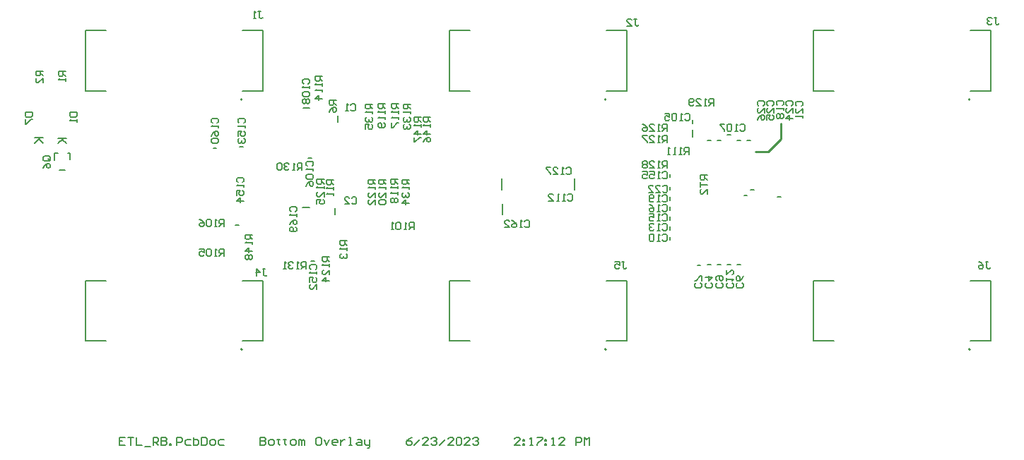
<source format=gbo>
G04*
G04 #@! TF.GenerationSoftware,Altium Limited,Altium Designer,23.6.0 (18)*
G04*
G04 Layer_Color=32896*
%FSLAX43Y43*%
%MOMM*%
G71*
G04*
G04 #@! TF.SameCoordinates,9618B176-DC57-4C31-A2D1-5874A38502C8*
G04*
G04*
G04 #@! TF.FilePolarity,Positive*
G04*
G01*
G75*
%ADD10C,0.152*%
%ADD11C,0.200*%
%ADD12C,0.127*%
%ADD13C,0.254*%
D10*
X4792Y5740D02*
X5791D01*
X5458D01*
X4792Y5074D01*
X5291Y5574D01*
X5791Y5074D01*
X7603Y5731D02*
X8603D01*
X8269D01*
X7603Y5065D01*
X8103Y5564D01*
X8603Y5065D01*
D11*
X29700Y10350D02*
G03*
X29700Y10350I-100J0D01*
G01*
X73300D02*
G03*
X73300Y10350I-100J0D01*
G01*
X116900D02*
G03*
X116900Y10350I-100J0D01*
G01*
Y-19650D02*
G03*
X116900Y-19650I-100J0D01*
G01*
X29700Y-19650D02*
G03*
X29700Y-19650I-100J0D01*
G01*
X73300Y-19650D02*
G03*
X73300Y-19650I-100J0D01*
G01*
X36989Y9322D02*
X37789D01*
X37925Y-9057D02*
X38325D01*
X36938Y-2616D02*
X37738D01*
X60811Y-472D02*
Y828D01*
X60836Y-3469D02*
Y-2169D01*
X69516Y-447D02*
Y853D01*
X86600Y5400D02*
X87000D01*
X80900Y-4125D02*
Y-3725D01*
X80900Y-2925D02*
Y-2525D01*
X84200Y-9525D02*
X84600D01*
X85400Y-9500D02*
X85800D01*
X85400Y5400D02*
X85800D01*
X80900Y-6525D02*
Y-6125D01*
X87800Y-9475D02*
X88200D01*
X80900Y-525D02*
Y-125D01*
X89000Y5400D02*
X89400D01*
X80900Y-5325D02*
Y-4925D01*
X90200Y5400D02*
X90600D01*
X87800Y6150D02*
X88200D01*
X80900Y-1725D02*
Y-1325D01*
X86600Y-9500D02*
X87000D01*
X89000Y-9475D02*
X89400D01*
X29750Y11380D02*
X32185D01*
Y18620D01*
X29750D02*
X32185D01*
X10915Y11380D02*
X13350D01*
X10915D02*
Y18620D01*
X13350D01*
X73350Y11380D02*
X75785D01*
Y18620D01*
X73350D02*
X75785D01*
X54515Y11380D02*
X56950D01*
X54515D02*
Y18620D01*
X56950D01*
X116950Y11380D02*
X119385D01*
Y18620D01*
X116950D02*
X119385D01*
X98115Y11380D02*
X100550D01*
X98115D02*
Y18620D01*
X100550D01*
X116950Y-18620D02*
X119385D01*
Y-11380D01*
X116950D02*
X119385D01*
X98115Y-18620D02*
X100550D01*
X98115D02*
Y-11380D01*
X100550D01*
X29750Y-18620D02*
X32185D01*
Y-11380D01*
X29750D02*
X32185D01*
X10915Y-18620D02*
X13350D01*
X10915D02*
Y-11380D01*
X13350D01*
X73350Y-18620D02*
X75785D01*
Y-11380D01*
X73350D02*
X75785D01*
X54515Y-18620D02*
X56950D01*
X54515D02*
Y-11380D01*
X56950D01*
X26200Y4500D02*
X26600D01*
X90600Y-500D02*
X91000D01*
X40800Y-3450D02*
Y-2650D01*
X41100Y7600D02*
Y8400D01*
X83600Y5900D02*
Y6700D01*
Y7500D02*
Y7900D01*
X80900Y1000D02*
Y1400D01*
X37600Y3300D02*
X38000D01*
X29400Y4700D02*
X29800D01*
X28900Y-4700D02*
X29300D01*
X93800Y-1300D02*
X94200D01*
X89800Y-1200D02*
X90200D01*
X15666Y-30167D02*
X15000D01*
Y-31167D01*
X15666D01*
X15000Y-30667D02*
X15333D01*
X16000Y-30167D02*
X16666D01*
X16333D01*
Y-31167D01*
X16999Y-30167D02*
Y-31167D01*
X17666D01*
X17999Y-31333D02*
X18665D01*
X18999Y-31167D02*
Y-30167D01*
X19499D01*
X19665Y-30334D01*
Y-30667D01*
X19499Y-30834D01*
X18999D01*
X19332D02*
X19665Y-31167D01*
X19998Y-30167D02*
Y-31167D01*
X20498D01*
X20665Y-31000D01*
Y-30834D01*
X20498Y-30667D01*
X19998D01*
X20498D01*
X20665Y-30500D01*
Y-30334D01*
X20498Y-30167D01*
X19998D01*
X20998Y-31167D02*
Y-31000D01*
X21165D01*
Y-31167D01*
X20998D01*
X21831D02*
Y-30167D01*
X22331D01*
X22498Y-30334D01*
Y-30667D01*
X22331Y-30834D01*
X21831D01*
X23497Y-30500D02*
X22997D01*
X22831Y-30667D01*
Y-31000D01*
X22997Y-31167D01*
X23497D01*
X23830Y-30167D02*
Y-31167D01*
X24330D01*
X24497Y-31000D01*
Y-30834D01*
Y-30667D01*
X24330Y-30500D01*
X23830D01*
X24830Y-30167D02*
Y-31167D01*
X25330D01*
X25497Y-31000D01*
Y-30334D01*
X25330Y-30167D01*
X24830D01*
X25996Y-31167D02*
X26330D01*
X26496Y-31000D01*
Y-30667D01*
X26330Y-30500D01*
X25996D01*
X25830Y-30667D01*
Y-31000D01*
X25996Y-31167D01*
X27496Y-30500D02*
X26996D01*
X26830Y-30667D01*
Y-31000D01*
X26996Y-31167D01*
X27496D01*
X31828Y-30167D02*
Y-31167D01*
X32328D01*
X32494Y-31000D01*
Y-30834D01*
X32328Y-30667D01*
X31828D01*
X32328D01*
X32494Y-30500D01*
Y-30334D01*
X32328Y-30167D01*
X31828D01*
X32994Y-31167D02*
X33327D01*
X33494Y-31000D01*
Y-30667D01*
X33327Y-30500D01*
X32994D01*
X32828Y-30667D01*
Y-31000D01*
X32994Y-31167D01*
X33994Y-30334D02*
Y-30500D01*
X33827D01*
X34160D01*
X33994D01*
Y-31000D01*
X34160Y-31167D01*
X34827Y-30334D02*
Y-30500D01*
X34660D01*
X34994D01*
X34827D01*
Y-31000D01*
X34994Y-31167D01*
X35660D02*
X35993D01*
X36160Y-31000D01*
Y-30667D01*
X35993Y-30500D01*
X35660D01*
X35493Y-30667D01*
Y-31000D01*
X35660Y-31167D01*
X36493D02*
Y-30500D01*
X36660D01*
X36826Y-30667D01*
Y-31167D01*
Y-30667D01*
X36993Y-30500D01*
X37160Y-30667D01*
Y-31167D01*
X38992Y-30167D02*
X38659D01*
X38492Y-30334D01*
Y-31000D01*
X38659Y-31167D01*
X38992D01*
X39159Y-31000D01*
Y-30334D01*
X38992Y-30167D01*
X39492Y-30500D02*
X39825Y-31167D01*
X40159Y-30500D01*
X40992Y-31167D02*
X40658D01*
X40492Y-31000D01*
Y-30667D01*
X40658Y-30500D01*
X40992D01*
X41158Y-30667D01*
Y-30834D01*
X40492D01*
X41491Y-30500D02*
Y-31167D01*
Y-30834D01*
X41658Y-30667D01*
X41825Y-30500D01*
X41991D01*
X42491Y-31167D02*
X42824D01*
X42658D01*
Y-30167D01*
X42491D01*
X43491Y-30500D02*
X43824D01*
X43991Y-30667D01*
Y-31167D01*
X43491D01*
X43324Y-31000D01*
X43491Y-30834D01*
X43991D01*
X44324Y-30500D02*
Y-31000D01*
X44491Y-31167D01*
X44990D01*
Y-31333D01*
X44824Y-31500D01*
X44657D01*
X44990Y-31167D02*
Y-30500D01*
X49989Y-30167D02*
X49655Y-30334D01*
X49322Y-30667D01*
Y-31000D01*
X49489Y-31167D01*
X49822D01*
X49989Y-31000D01*
Y-30834D01*
X49822Y-30667D01*
X49322D01*
X50322Y-31167D02*
X50988Y-30500D01*
X51988Y-31167D02*
X51322D01*
X51988Y-30500D01*
Y-30334D01*
X51821Y-30167D01*
X51488D01*
X51322Y-30334D01*
X52321D02*
X52488Y-30167D01*
X52821D01*
X52988Y-30334D01*
Y-30500D01*
X52821Y-30667D01*
X52655D01*
X52821D01*
X52988Y-30834D01*
Y-31000D01*
X52821Y-31167D01*
X52488D01*
X52321Y-31000D01*
X53321Y-31167D02*
X53987Y-30500D01*
X54987Y-31167D02*
X54321D01*
X54987Y-30500D01*
Y-30334D01*
X54820Y-30167D01*
X54487D01*
X54321Y-30334D01*
X55320D02*
X55487Y-30167D01*
X55820D01*
X55987Y-30334D01*
Y-31000D01*
X55820Y-31167D01*
X55487D01*
X55320Y-31000D01*
Y-30334D01*
X56986Y-31167D02*
X56320D01*
X56986Y-30500D01*
Y-30334D01*
X56820Y-30167D01*
X56487D01*
X56320Y-30334D01*
X57320D02*
X57486Y-30167D01*
X57820D01*
X57986Y-30334D01*
Y-30500D01*
X57820Y-30667D01*
X57653D01*
X57820D01*
X57986Y-30834D01*
Y-31000D01*
X57820Y-31167D01*
X57486D01*
X57320Y-31000D01*
X62985Y-31167D02*
X62318D01*
X62985Y-30500D01*
Y-30334D01*
X62818Y-30167D01*
X62485D01*
X62318Y-30334D01*
X63318Y-30500D02*
X63484D01*
Y-30667D01*
X63318D01*
Y-30500D01*
Y-31000D02*
X63484D01*
Y-31167D01*
X63318D01*
Y-31000D01*
X64151Y-31167D02*
X64484D01*
X64317D01*
Y-30167D01*
X64151Y-30334D01*
X64984Y-30167D02*
X65650D01*
Y-30334D01*
X64984Y-31000D01*
Y-31167D01*
X65984Y-30500D02*
X66150D01*
Y-30667D01*
X65984D01*
Y-30500D01*
Y-31000D02*
X66150D01*
Y-31167D01*
X65984D01*
Y-31000D01*
X66817Y-31167D02*
X67150D01*
X66983D01*
Y-30167D01*
X66817Y-30334D01*
X68316Y-31167D02*
X67650D01*
X68316Y-30500D01*
Y-30334D01*
X68150Y-30167D01*
X67816D01*
X67650Y-30334D01*
X69649Y-31167D02*
Y-30167D01*
X70149D01*
X70316Y-30334D01*
Y-30667D01*
X70149Y-30834D01*
X69649D01*
X70649Y-31167D02*
Y-30167D01*
X70982Y-30500D01*
X71315Y-30167D01*
Y-31167D01*
X9024Y8796D02*
X9874D01*
Y8371D01*
X9732Y8230D01*
X9166D01*
X9024Y8371D01*
Y8796D01*
X9874Y7946D02*
Y7663D01*
Y7805D01*
X9024D01*
X9166Y7946D01*
X91538Y9583D02*
X91396Y9725D01*
Y10008D01*
X91538Y10150D01*
X92104D01*
X92246Y10008D01*
Y9725D01*
X92104Y9583D01*
X92246Y8734D02*
Y9300D01*
X91679Y8734D01*
X91538D01*
X91396Y8875D01*
Y9159D01*
X91538Y9300D01*
X91396Y7884D02*
X91538Y8167D01*
X91821Y8451D01*
X92104D01*
X92246Y8309D01*
Y8026D01*
X92104Y7884D01*
X91963D01*
X91821Y8026D01*
Y8451D01*
X6528Y2968D02*
X5962D01*
X5820Y3109D01*
Y3392D01*
X5962Y3534D01*
X6528D01*
X6670Y3392D01*
Y3109D01*
X6386Y3251D02*
X6670Y2968D01*
Y3109D02*
X6528Y2968D01*
X5820Y2118D02*
X5962Y2401D01*
X6245Y2684D01*
X6528D01*
X6670Y2543D01*
Y2260D01*
X6528Y2118D01*
X6386D01*
X6245Y2260D01*
Y2684D01*
X5810Y13764D02*
X4960D01*
Y13339D01*
X5102Y13197D01*
X5385D01*
X5526Y13339D01*
Y13764D01*
Y13480D02*
X5810Y13197D01*
Y12347D02*
Y12914D01*
X5243Y12347D01*
X5102D01*
X4960Y12489D01*
Y12772D01*
X5102Y12914D01*
X3690Y8836D02*
X4540D01*
Y8411D01*
X4398Y8270D01*
X3832D01*
X3690Y8411D01*
Y8836D01*
Y7986D02*
Y7420D01*
X3832D01*
X4398Y7986D01*
X4540D01*
X92681Y9583D02*
X92539Y9725D01*
Y10008D01*
X92681Y10150D01*
X93247D01*
X93389Y10008D01*
Y9725D01*
X93247Y9583D01*
X93389Y8734D02*
Y9300D01*
X92822Y8734D01*
X92681D01*
X92539Y8875D01*
Y9159D01*
X92681Y9300D01*
X92539Y7884D02*
Y8451D01*
X92964D01*
X92822Y8167D01*
Y8026D01*
X92964Y7884D01*
X93247D01*
X93389Y8026D01*
Y8309D01*
X93247Y8451D01*
X94967Y9583D02*
X94825Y9725D01*
Y10008D01*
X94967Y10150D01*
X95533D01*
X95675Y10008D01*
Y9725D01*
X95533Y9583D01*
X95675Y8734D02*
Y9300D01*
X95108Y8734D01*
X94967D01*
X94825Y8875D01*
Y9159D01*
X94967Y9300D01*
X95675Y8026D02*
X94825D01*
X95250Y8451D01*
Y7884D01*
X80068Y-98D02*
X80210Y44D01*
X80493D01*
X80635Y-98D01*
Y-664D01*
X80493Y-806D01*
X80210D01*
X80068Y-664D01*
X79219Y-806D02*
X79785D01*
X79219Y-239D01*
Y-98D01*
X79360Y44D01*
X79644D01*
X79785Y-98D01*
X78369Y-806D02*
X78936D01*
X78369Y-239D01*
Y-98D01*
X78511Y44D01*
X78794D01*
X78936Y-98D01*
X96110Y9569D02*
X95968Y9710D01*
Y9994D01*
X96110Y10135D01*
X96676D01*
X96818Y9994D01*
Y9710D01*
X96676Y9569D01*
X96818Y8719D02*
Y9286D01*
X96251Y8719D01*
X96110D01*
X95968Y8861D01*
Y9144D01*
X96110Y9286D01*
X96818Y8436D02*
Y8153D01*
Y8294D01*
X95968D01*
X96110Y8436D01*
X79998Y-1241D02*
X80139Y-1099D01*
X80423D01*
X80564Y-1241D01*
Y-1807D01*
X80423Y-1949D01*
X80139D01*
X79998Y-1807D01*
X79714Y-1949D02*
X79431D01*
X79573D01*
Y-1099D01*
X79714Y-1241D01*
X79006Y-1807D02*
X78865Y-1949D01*
X78581D01*
X78440Y-1807D01*
Y-1241D01*
X78581Y-1099D01*
X78865D01*
X79006Y-1241D01*
Y-1382D01*
X78865Y-1524D01*
X78440D01*
X93824Y9640D02*
X93682Y9781D01*
Y10065D01*
X93824Y10206D01*
X94390D01*
X94532Y10065D01*
Y9781D01*
X94390Y9640D01*
X94532Y9356D02*
Y9073D01*
Y9215D01*
X93682D01*
X93824Y9356D01*
Y8648D02*
X93682Y8507D01*
Y8223D01*
X93824Y8082D01*
X93965D01*
X94107Y8223D01*
X94249Y8082D01*
X94390D01*
X94532Y8223D01*
Y8507D01*
X94390Y8648D01*
X94249D01*
X94107Y8507D01*
X93965Y8648D01*
X93824D01*
X94107Y8507D02*
Y8223D01*
X79998Y-2384D02*
X80139Y-2242D01*
X80423D01*
X80564Y-2384D01*
Y-2950D01*
X80423Y-3092D01*
X80139D01*
X79998Y-2950D01*
X79714Y-3092D02*
X79431D01*
X79573D01*
Y-2242D01*
X79714Y-2384D01*
X78440Y-2242D02*
X78723Y-2384D01*
X79006Y-2667D01*
Y-2950D01*
X78865Y-3092D01*
X78581D01*
X78440Y-2950D01*
Y-2809D01*
X78581Y-2667D01*
X79006D01*
X79998Y-3527D02*
X80139Y-3385D01*
X80423D01*
X80564Y-3527D01*
Y-4093D01*
X80423Y-4235D01*
X80139D01*
X79998Y-4093D01*
X79714Y-4235D02*
X79431D01*
X79573D01*
Y-3385D01*
X79714Y-3527D01*
X78440Y-3385D02*
X79006D01*
Y-3810D01*
X78723Y-3668D01*
X78581D01*
X78440Y-3810D01*
Y-4093D01*
X78581Y-4235D01*
X78865D01*
X79006Y-4093D01*
X79998Y-4670D02*
X80139Y-4528D01*
X80423D01*
X80564Y-4670D01*
Y-5236D01*
X80423Y-5378D01*
X80139D01*
X79998Y-5236D01*
X79714Y-5378D02*
X79431D01*
X79573D01*
Y-4528D01*
X79714Y-4670D01*
X79006D02*
X78865Y-4528D01*
X78581D01*
X78440Y-4670D01*
Y-4811D01*
X78581Y-4953D01*
X78723D01*
X78581D01*
X78440Y-5095D01*
Y-5236D01*
X78581Y-5378D01*
X78865D01*
X79006Y-5236D01*
X88421Y-11672D02*
X88563Y-11813D01*
Y-12097D01*
X88421Y-12238D01*
X87855D01*
X87713Y-12097D01*
Y-11813D01*
X87855Y-11672D01*
X87713Y-11388D02*
Y-11105D01*
Y-11247D01*
X88563D01*
X88421Y-11388D01*
X87713Y-10114D02*
Y-10680D01*
X88280Y-10114D01*
X88421D01*
X88563Y-10255D01*
Y-10539D01*
X88421Y-10680D01*
X79998Y-5940D02*
X80139Y-5798D01*
X80423D01*
X80564Y-5940D01*
Y-6506D01*
X80423Y-6648D01*
X80139D01*
X79998Y-6506D01*
X79714Y-6648D02*
X79431D01*
X79573D01*
Y-5798D01*
X79714Y-5940D01*
X79006D02*
X78865Y-5798D01*
X78581D01*
X78440Y-5940D01*
Y-6506D01*
X78581Y-6648D01*
X78865D01*
X79006Y-6506D01*
Y-5940D01*
X87151Y-11699D02*
X87293Y-11840D01*
Y-12123D01*
X87151Y-12265D01*
X86585D01*
X86443Y-12123D01*
Y-11840D01*
X86585Y-11699D01*
Y-11415D02*
X86443Y-11274D01*
Y-10991D01*
X86585Y-10849D01*
X87151D01*
X87293Y-10991D01*
Y-11274D01*
X87151Y-11415D01*
X87010D01*
X86868Y-11274D01*
Y-10849D01*
X84611Y-11699D02*
X84753Y-11840D01*
Y-12123D01*
X84611Y-12265D01*
X84045D01*
X83903Y-12123D01*
Y-11840D01*
X84045Y-11699D01*
X84753Y-11415D02*
Y-10849D01*
X84611D01*
X84045Y-11415D01*
X83903D01*
X89564Y-11699D02*
X89706Y-11840D01*
Y-12123D01*
X89564Y-12265D01*
X88998D01*
X88856Y-12123D01*
Y-11840D01*
X88998Y-11699D01*
X89706Y-10849D02*
X89564Y-11132D01*
X89281Y-11415D01*
X88998D01*
X88856Y-11274D01*
Y-10991D01*
X88998Y-10849D01*
X89139D01*
X89281Y-10991D01*
Y-11415D01*
X85881Y-11699D02*
X86023Y-11840D01*
Y-12123D01*
X85881Y-12265D01*
X85315D01*
X85173Y-12123D01*
Y-11840D01*
X85315Y-11699D01*
X85173Y-10991D02*
X86023D01*
X85598Y-11415D01*
Y-10849D01*
X118762Y-9091D02*
X119045D01*
X118904D01*
Y-9799D01*
X119045Y-9940D01*
X119187D01*
X119329Y-9799D01*
X117912Y-9091D02*
X118196Y-9232D01*
X118479Y-9516D01*
Y-9799D01*
X118337Y-9940D01*
X118054D01*
X117912Y-9799D01*
Y-9657D01*
X118054Y-9516D01*
X118479D01*
X75176Y-9091D02*
X75459D01*
X75317D01*
Y-9799D01*
X75459Y-9940D01*
X75601D01*
X75742Y-9799D01*
X74326Y-9091D02*
X74893D01*
Y-9516D01*
X74609Y-9374D01*
X74468D01*
X74326Y-9516D01*
Y-9799D01*
X74468Y-9940D01*
X74751D01*
X74893Y-9799D01*
X32146Y-9989D02*
X32429D01*
X32287D01*
Y-10697D01*
X32429Y-10839D01*
X32570D01*
X32712Y-10697D01*
X31438Y-10839D02*
Y-9989D01*
X31862Y-10414D01*
X31296D01*
X76642Y20025D02*
X76925D01*
X76783D01*
Y19317D01*
X76925Y19175D01*
X77066D01*
X77208Y19317D01*
X75792Y19175D02*
X76358D01*
X75792Y19742D01*
Y19883D01*
X75934Y20025D01*
X76217D01*
X76358Y19883D01*
X31589Y20907D02*
X31872D01*
X31731D01*
Y20199D01*
X31872Y20057D01*
X32014D01*
X32155Y20199D01*
X31306Y20057D02*
X31022D01*
X31164D01*
Y20907D01*
X31306Y20765D01*
X119798Y20204D02*
X120082D01*
X119940D01*
Y19496D01*
X120082Y19354D01*
X120223D01*
X120365Y19496D01*
X119515Y20062D02*
X119374Y20204D01*
X119090D01*
X118949Y20062D01*
Y19920D01*
X119090Y19779D01*
X119232D01*
X119090D01*
X118949Y19637D01*
Y19496D01*
X119090Y19354D01*
X119374D01*
X119515Y19496D01*
X42259Y-6609D02*
X41409D01*
Y-7034D01*
X41551Y-7175D01*
X41834D01*
X41975Y-7034D01*
Y-6609D01*
Y-6892D02*
X42259Y-7175D01*
Y-7458D02*
Y-7742D01*
Y-7600D01*
X41409D01*
X41551Y-7458D01*
Y-8166D02*
X41409Y-8308D01*
Y-8591D01*
X41551Y-8733D01*
X41692D01*
X41834Y-8591D01*
Y-8450D01*
Y-8591D01*
X41975Y-8733D01*
X42117D01*
X42259Y-8591D01*
Y-8308D01*
X42117Y-8166D01*
X40658Y667D02*
X39809D01*
Y242D01*
X39950Y100D01*
X40234D01*
X40375Y242D01*
Y667D01*
Y383D02*
X40658Y100D01*
Y-183D02*
Y-466D01*
Y-325D01*
X39809D01*
X39950Y-183D01*
X40658Y-891D02*
Y-1175D01*
Y-1033D01*
X39809D01*
X39950Y-891D01*
X40938Y10233D02*
X40088D01*
Y9808D01*
X40230Y9667D01*
X40513D01*
X40655Y9808D01*
Y10233D01*
Y9950D02*
X40938Y9667D01*
X40088Y8817D02*
X40230Y9100D01*
X40513Y9383D01*
X40796D01*
X40938Y9242D01*
Y8959D01*
X40796Y8817D01*
X40655D01*
X40513Y8959D01*
Y9383D01*
X42814Y-1495D02*
X42955Y-1353D01*
X43238D01*
X43380Y-1495D01*
Y-2061D01*
X43238Y-2203D01*
X42955D01*
X42814Y-2061D01*
X41964Y-2203D02*
X42530D01*
X41964Y-1636D01*
Y-1495D01*
X42106Y-1353D01*
X42389D01*
X42530Y-1495D01*
X42672Y9681D02*
X42814Y9823D01*
X43097D01*
X43238Y9681D01*
Y9115D01*
X43097Y8973D01*
X42814D01*
X42672Y9115D01*
X42389Y8973D02*
X42106D01*
X42247D01*
Y9823D01*
X42389Y9681D01*
X8527Y13698D02*
X7678D01*
Y13273D01*
X7819Y13132D01*
X8103D01*
X8244Y13273D01*
Y13698D01*
Y13415D02*
X8527Y13132D01*
Y12849D02*
Y12565D01*
Y12707D01*
X7678D01*
X7819Y12849D01*
X30905Y-5879D02*
X30055D01*
Y-6304D01*
X30197Y-6445D01*
X30480D01*
X30622Y-6304D01*
Y-5879D01*
Y-6162D02*
X30905Y-6445D01*
Y-6729D02*
Y-7012D01*
Y-6870D01*
X30055D01*
X30197Y-6729D01*
X30905Y-7862D02*
X30055D01*
X30480Y-7437D01*
Y-8003D01*
X30197Y-8287D02*
X30055Y-8428D01*
Y-8711D01*
X30197Y-8853D01*
X30338D01*
X30480Y-8711D01*
X30622Y-8853D01*
X30763D01*
X30905Y-8711D01*
Y-8428D01*
X30763Y-8287D01*
X30622D01*
X30480Y-8428D01*
X30338Y-8287D01*
X30197D01*
X30480Y-8428D02*
Y-8711D01*
X51098Y8218D02*
X50248D01*
Y7793D01*
X50390Y7652D01*
X50673D01*
X50815Y7793D01*
Y8218D01*
Y7935D02*
X51098Y7652D01*
Y7368D02*
Y7085D01*
Y7227D01*
X50248D01*
X50390Y7368D01*
X51098Y6235D02*
X50248D01*
X50673Y6660D01*
Y6094D01*
X50248Y5810D02*
Y5244D01*
X50390D01*
X50956Y5810D01*
X51098D01*
X52241Y8218D02*
X51391D01*
Y7793D01*
X51533Y7652D01*
X51816D01*
X51958Y7793D01*
Y8218D01*
Y7935D02*
X52241Y7652D01*
Y7368D02*
Y7085D01*
Y7227D01*
X51391D01*
X51533Y7368D01*
X52241Y6235D02*
X51391D01*
X51816Y6660D01*
Y6094D01*
X51391Y5244D02*
X51533Y5527D01*
X51816Y5810D01*
X52099D01*
X52241Y5669D01*
Y5386D01*
X52099Y5244D01*
X51958D01*
X51816Y5386D01*
Y5810D01*
X37337Y-9975D02*
Y-9126D01*
X36912D01*
X36771Y-9267D01*
Y-9550D01*
X36912Y-9692D01*
X37337D01*
X37054D02*
X36771Y-9975D01*
X36487D02*
X36204D01*
X36346D01*
Y-9126D01*
X36487Y-9267D01*
X35779D02*
X35638Y-9126D01*
X35354D01*
X35213Y-9267D01*
Y-9409D01*
X35354Y-9550D01*
X35496D01*
X35354D01*
X35213Y-9692D01*
Y-9834D01*
X35354Y-9975D01*
X35638D01*
X35779Y-9834D01*
X34930Y-9975D02*
X34646D01*
X34788D01*
Y-9126D01*
X34930Y-9267D01*
X85388Y1260D02*
X84538D01*
Y835D01*
X84680Y693D01*
X84963D01*
X85105Y835D01*
Y1260D01*
Y977D02*
X85388Y693D01*
X84538Y410D02*
Y-156D01*
Y127D01*
X85388D01*
Y-1006D02*
Y-439D01*
X84821Y-1006D01*
X84680D01*
X84538Y-864D01*
Y-581D01*
X84680Y-439D01*
X45325Y9787D02*
X44475D01*
Y9362D01*
X44617Y9221D01*
X44900D01*
X45042Y9362D01*
Y9787D01*
Y9504D02*
X45325Y9221D01*
Y8937D02*
Y8654D01*
Y8796D01*
X44475D01*
X44617Y8937D01*
Y8229D02*
X44475Y8088D01*
Y7804D01*
X44617Y7663D01*
X44758D01*
X44900Y7804D01*
Y7946D01*
Y7804D01*
X45042Y7663D01*
X45183D01*
X45325Y7804D01*
Y8088D01*
X45183Y8229D01*
X44475Y6813D02*
Y7379D01*
X44900D01*
X44758Y7096D01*
Y6955D01*
X44900Y6813D01*
X45183D01*
X45325Y6955D01*
Y7238D01*
X45183Y7379D01*
X49701Y725D02*
X48851D01*
Y300D01*
X48993Y159D01*
X49276D01*
X49418Y300D01*
Y725D01*
Y442D02*
X49701Y159D01*
Y-125D02*
Y-408D01*
Y-266D01*
X48851D01*
X48993Y-125D01*
Y-833D02*
X48851Y-974D01*
Y-1258D01*
X48993Y-1399D01*
X49134D01*
X49276Y-1258D01*
Y-1116D01*
Y-1258D01*
X49418Y-1399D01*
X49559D01*
X49701Y-1258D01*
Y-974D01*
X49559Y-833D01*
X49701Y-2107D02*
X48851D01*
X49276Y-1683D01*
Y-2249D01*
X49825Y9787D02*
X48975D01*
Y9362D01*
X49117Y9221D01*
X49400D01*
X49542Y9362D01*
Y9787D01*
Y9504D02*
X49825Y9221D01*
Y8937D02*
Y8654D01*
Y8796D01*
X48975D01*
X49117Y8937D01*
Y8229D02*
X48975Y8088D01*
Y7804D01*
X49117Y7663D01*
X49258D01*
X49400Y7804D01*
Y7946D01*
Y7804D01*
X49542Y7663D01*
X49683D01*
X49825Y7804D01*
Y8088D01*
X49683Y8229D01*
X49117Y7379D02*
X48975Y7238D01*
Y6955D01*
X49117Y6813D01*
X49258D01*
X49400Y6955D01*
Y7096D01*
Y6955D01*
X49542Y6813D01*
X49683D01*
X49825Y6955D01*
Y7238D01*
X49683Y7379D01*
X36844Y1887D02*
Y2736D01*
X36419D01*
X36277Y2595D01*
Y2311D01*
X36419Y2170D01*
X36844D01*
X36561D02*
X36277Y1887D01*
X35994D02*
X35711D01*
X35852D01*
Y2736D01*
X35994Y2595D01*
X35286D02*
X35144Y2736D01*
X34861D01*
X34720Y2595D01*
Y2453D01*
X34861Y2311D01*
X35003D01*
X34861D01*
X34720Y2170D01*
Y2028D01*
X34861Y1887D01*
X35144D01*
X35286Y2028D01*
X34436Y2595D02*
X34295Y2736D01*
X34011D01*
X33870Y2595D01*
Y2028D01*
X34011Y1887D01*
X34295D01*
X34436Y2028D01*
Y2595D01*
X86196Y9608D02*
Y10458D01*
X85771D01*
X85630Y10316D01*
Y10033D01*
X85771Y9891D01*
X86196D01*
X85913D02*
X85630Y9608D01*
X85346D02*
X85063D01*
X85205D01*
Y10458D01*
X85346Y10316D01*
X84072Y9608D02*
X84638D01*
X84072Y10175D01*
Y10316D01*
X84213Y10458D01*
X84497D01*
X84638Y10316D01*
X83788Y9750D02*
X83647Y9608D01*
X83364D01*
X83222Y9750D01*
Y10316D01*
X83364Y10458D01*
X83647D01*
X83788Y10316D01*
Y10175D01*
X83647Y10033D01*
X83222D01*
X80608Y2115D02*
Y2965D01*
X80183D01*
X80042Y2823D01*
Y2540D01*
X80183Y2398D01*
X80608D01*
X80325D02*
X80042Y2115D01*
X79758D02*
X79475D01*
X79617D01*
Y2965D01*
X79758Y2823D01*
X78484Y2115D02*
X79050D01*
X78484Y2682D01*
Y2823D01*
X78625Y2965D01*
X78909D01*
X79050Y2823D01*
X78200D02*
X78059Y2965D01*
X77776D01*
X77634Y2823D01*
Y2682D01*
X77776Y2540D01*
X77634Y2398D01*
Y2257D01*
X77776Y2115D01*
X78059D01*
X78200Y2257D01*
Y2398D01*
X78059Y2540D01*
X78200Y2682D01*
Y2823D01*
X78059Y2540D02*
X77776D01*
X80608Y5163D02*
Y6013D01*
X80183D01*
X80042Y5871D01*
Y5588D01*
X80183Y5446D01*
X80608D01*
X80325D02*
X80042Y5163D01*
X79758D02*
X79475D01*
X79617D01*
Y6013D01*
X79758Y5871D01*
X78484Y5163D02*
X79050D01*
X78484Y5730D01*
Y5871D01*
X78625Y6013D01*
X78909D01*
X79050Y5871D01*
X78200Y6013D02*
X77634D01*
Y5871D01*
X78200Y5305D01*
Y5163D01*
X80608Y6560D02*
Y7410D01*
X80183D01*
X80042Y7268D01*
Y6985D01*
X80183Y6843D01*
X80608D01*
X80325D02*
X80042Y6560D01*
X79758D02*
X79475D01*
X79617D01*
Y7410D01*
X79758Y7268D01*
X78484Y6560D02*
X79050D01*
X78484Y7127D01*
Y7268D01*
X78625Y7410D01*
X78909D01*
X79050Y7268D01*
X77634Y7410D02*
X77917Y7268D01*
X78200Y6985D01*
Y6702D01*
X78059Y6560D01*
X77776D01*
X77634Y6702D01*
Y6843D01*
X77776Y6985D01*
X78200D01*
X39490Y776D02*
X38640D01*
Y351D01*
X38782Y209D01*
X39065D01*
X39207Y351D01*
Y776D01*
Y493D02*
X39490Y209D01*
Y-74D02*
Y-357D01*
Y-216D01*
X38640D01*
X38782Y-74D01*
X39490Y-1349D02*
Y-782D01*
X38924Y-1349D01*
X38782D01*
X38640Y-1207D01*
Y-924D01*
X38782Y-782D01*
X38640Y-2198D02*
Y-1632D01*
X39065D01*
X38924Y-1915D01*
Y-2057D01*
X39065Y-2198D01*
X39348D01*
X39490Y-2057D01*
Y-1773D01*
X39348Y-1632D01*
X40150Y-8546D02*
X39301D01*
Y-8971D01*
X39442Y-9112D01*
X39726D01*
X39867Y-8971D01*
Y-8546D01*
Y-8829D02*
X40150Y-9112D01*
Y-9396D02*
Y-9679D01*
Y-9537D01*
X39301D01*
X39442Y-9396D01*
X40150Y-10670D02*
Y-10104D01*
X39584Y-10670D01*
X39442D01*
X39301Y-10529D01*
Y-10245D01*
X39442Y-10104D01*
X40150Y-11378D02*
X39301D01*
X39726Y-10954D01*
Y-11520D01*
X45637Y725D02*
X44787D01*
Y300D01*
X44929Y159D01*
X45212D01*
X45354Y300D01*
Y725D01*
Y442D02*
X45637Y159D01*
Y-125D02*
Y-408D01*
Y-266D01*
X44787D01*
X44929Y-125D01*
X45637Y-1399D02*
Y-833D01*
X45070Y-1399D01*
X44929D01*
X44787Y-1258D01*
Y-974D01*
X44929Y-833D01*
X45637Y-2249D02*
Y-1683D01*
X45070Y-2249D01*
X44929D01*
X44787Y-2107D01*
Y-1824D01*
X44929Y-1683D01*
X46907Y725D02*
X46057D01*
Y300D01*
X46199Y159D01*
X46482D01*
X46624Y300D01*
Y725D01*
Y442D02*
X46907Y159D01*
Y-125D02*
Y-408D01*
Y-266D01*
X46057D01*
X46199Y-125D01*
X46907Y-1399D02*
Y-833D01*
X46340Y-1399D01*
X46199D01*
X46057Y-1258D01*
Y-974D01*
X46199Y-833D01*
Y-1683D02*
X46057Y-1824D01*
Y-2107D01*
X46199Y-2249D01*
X46765D01*
X46907Y-2107D01*
Y-1824D01*
X46765Y-1683D01*
X46199D01*
X46825Y9816D02*
X45975D01*
Y9391D01*
X46117Y9250D01*
X46400D01*
X46542Y9391D01*
Y9816D01*
Y9533D02*
X46825Y9250D01*
Y8966D02*
Y8683D01*
Y8825D01*
X45975D01*
X46117Y8966D01*
X46825Y8258D02*
Y7975D01*
Y8117D01*
X45975D01*
X46117Y8258D01*
X46683Y7550D02*
X46825Y7409D01*
Y7125D01*
X46683Y6984D01*
X46117D01*
X45975Y7125D01*
Y7409D01*
X46117Y7550D01*
X46258D01*
X46400Y7409D01*
Y6984D01*
X48304Y781D02*
X47454D01*
Y356D01*
X47596Y215D01*
X47879D01*
X48021Y356D01*
Y781D01*
Y498D02*
X48304Y215D01*
Y-69D02*
Y-352D01*
Y-210D01*
X47454D01*
X47596Y-69D01*
X48304Y-777D02*
Y-1060D01*
Y-918D01*
X47454D01*
X47596Y-777D01*
Y-1485D02*
X47454Y-1626D01*
Y-1910D01*
X47596Y-2051D01*
X47737D01*
X47879Y-1910D01*
X48021Y-2051D01*
X48162D01*
X48304Y-1910D01*
Y-1626D01*
X48162Y-1485D01*
X48021D01*
X47879Y-1626D01*
X47737Y-1485D01*
X47596D01*
X47879Y-1626D02*
Y-1910D01*
X48425Y9816D02*
X47575D01*
Y9391D01*
X47717Y9250D01*
X48000D01*
X48142Y9391D01*
Y9816D01*
Y9533D02*
X48425Y9250D01*
Y8966D02*
Y8683D01*
Y8825D01*
X47575D01*
X47717Y8966D01*
X48425Y8258D02*
Y7975D01*
Y8117D01*
X47575D01*
X47717Y8258D01*
X47575Y7550D02*
Y6984D01*
X47717D01*
X48283Y7550D01*
X48425D01*
X39285Y13123D02*
X38436D01*
Y12699D01*
X38577Y12557D01*
X38860D01*
X39002Y12699D01*
Y13123D01*
Y12840D02*
X39285Y12557D01*
Y12274D02*
Y11990D01*
Y12132D01*
X38436D01*
X38577Y12274D01*
X39285Y11566D02*
Y11282D01*
Y11424D01*
X38436D01*
X38577Y11566D01*
X39285Y10433D02*
X38436D01*
X38860Y10857D01*
Y10291D01*
X83190Y3766D02*
Y4616D01*
X82765D01*
X82623Y4474D01*
Y4191D01*
X82765Y4049D01*
X83190D01*
X82906D02*
X82623Y3766D01*
X82340D02*
X82057D01*
X82198D01*
Y4616D01*
X82340Y4474D01*
X81632Y3766D02*
X81349D01*
X81490D01*
Y4616D01*
X81632Y4474D01*
X80924Y3766D02*
X80640D01*
X80782D01*
Y4616D01*
X80924Y4474D01*
X27522Y-4870D02*
Y-4020D01*
X27097D01*
X26956Y-4162D01*
Y-4445D01*
X27097Y-4587D01*
X27522D01*
X27239D02*
X26956Y-4870D01*
X26672D02*
X26389D01*
X26531D01*
Y-4020D01*
X26672Y-4162D01*
X25964D02*
X25823Y-4020D01*
X25539D01*
X25398Y-4162D01*
Y-4728D01*
X25539Y-4870D01*
X25823D01*
X25964Y-4728D01*
Y-4162D01*
X24548Y-4020D02*
X24831Y-4162D01*
X25114Y-4445D01*
Y-4728D01*
X24973Y-4870D01*
X24690D01*
X24548Y-4728D01*
Y-4587D01*
X24690Y-4445D01*
X25114D01*
X27522Y-8426D02*
Y-7576D01*
X27097D01*
X26956Y-7718D01*
Y-8001D01*
X27097Y-8143D01*
X27522D01*
X27239D02*
X26956Y-8426D01*
X26672D02*
X26389D01*
X26531D01*
Y-7576D01*
X26672Y-7718D01*
X25964D02*
X25823Y-7576D01*
X25539D01*
X25398Y-7718D01*
Y-8284D01*
X25539Y-8426D01*
X25823D01*
X25964Y-8284D01*
Y-7718D01*
X24548Y-7576D02*
X25114D01*
Y-8001D01*
X24831Y-7859D01*
X24690D01*
X24548Y-8001D01*
Y-8284D01*
X24690Y-8426D01*
X24973D01*
X25114Y-8284D01*
X50240Y-5251D02*
Y-4401D01*
X49816D01*
X49674Y-4543D01*
Y-4826D01*
X49816Y-4968D01*
X50240D01*
X49957D02*
X49674Y-5251D01*
X49391D02*
X49107D01*
X49249D01*
Y-4401D01*
X49391Y-4543D01*
X48683D02*
X48541Y-4401D01*
X48258D01*
X48116Y-4543D01*
Y-5109D01*
X48258Y-5251D01*
X48541D01*
X48683Y-5109D01*
Y-4543D01*
X47833Y-5251D02*
X47550D01*
X47691D01*
Y-4401D01*
X47833Y-4543D01*
X35531Y-3118D02*
X35389Y-2976D01*
Y-2693D01*
X35531Y-2552D01*
X36097D01*
X36239Y-2693D01*
Y-2976D01*
X36097Y-3118D01*
X36239Y-3401D02*
Y-3685D01*
Y-3543D01*
X35389D01*
X35531Y-3401D01*
X35389Y-4676D02*
X35531Y-4393D01*
X35814Y-4109D01*
X36097D01*
X36239Y-4251D01*
Y-4534D01*
X36097Y-4676D01*
X35956D01*
X35814Y-4534D01*
Y-4109D01*
X36097Y-4959D02*
X36239Y-5101D01*
Y-5384D01*
X36097Y-5526D01*
X35531D01*
X35389Y-5384D01*
Y-5101D01*
X35531Y-4959D01*
X35672D01*
X35814Y-5101D01*
Y-5526D01*
X63532Y-4289D02*
X63673Y-4147D01*
X63956D01*
X64098Y-4289D01*
Y-4855D01*
X63956Y-4997D01*
X63673D01*
X63532Y-4855D01*
X63248Y-4997D02*
X62965D01*
X63107D01*
Y-4147D01*
X63248Y-4289D01*
X61974Y-4147D02*
X62257Y-4289D01*
X62540Y-4572D01*
Y-4855D01*
X62399Y-4997D01*
X62115D01*
X61974Y-4855D01*
Y-4714D01*
X62115Y-4572D01*
X62540D01*
X61124Y-4997D02*
X61690D01*
X61124Y-4430D01*
Y-4289D01*
X61266Y-4147D01*
X61549D01*
X61690Y-4289D01*
X26133Y7525D02*
X25991Y7666D01*
Y7949D01*
X26133Y8091D01*
X26699D01*
X26841Y7949D01*
Y7666D01*
X26699Y7525D01*
X26841Y7241D02*
Y6958D01*
Y7100D01*
X25991D01*
X26133Y7241D01*
X25991Y5967D02*
X26133Y6250D01*
X26416Y6533D01*
X26699D01*
X26841Y6392D01*
Y6108D01*
X26699Y5967D01*
X26558D01*
X26416Y6108D01*
Y6533D01*
X26133Y5683D02*
X25991Y5542D01*
Y5259D01*
X26133Y5117D01*
X26699D01*
X26841Y5259D01*
Y5542D01*
X26699Y5683D01*
X26133D01*
X80042Y1553D02*
X80183Y1695D01*
X80466D01*
X80608Y1553D01*
Y987D01*
X80466Y845D01*
X80183D01*
X80042Y987D01*
X79758Y845D02*
X79475D01*
X79617D01*
Y1695D01*
X79758Y1553D01*
X78484Y1695D02*
X79050D01*
Y1270D01*
X78767Y1412D01*
X78625D01*
X78484Y1270D01*
Y987D01*
X78625Y845D01*
X78909D01*
X79050Y987D01*
X77634Y1695D02*
X78200D01*
Y1270D01*
X77917Y1412D01*
X77776D01*
X77634Y1270D01*
Y987D01*
X77776Y845D01*
X78059D01*
X78200Y987D01*
X29181Y413D02*
X29039Y554D01*
Y837D01*
X29181Y979D01*
X29747D01*
X29889Y837D01*
Y554D01*
X29747Y413D01*
X29889Y129D02*
Y-154D01*
Y-12D01*
X29039D01*
X29181Y129D01*
X29039Y-1145D02*
Y-579D01*
X29464D01*
X29322Y-862D01*
Y-1004D01*
X29464Y-1145D01*
X29747D01*
X29889Y-1004D01*
Y-720D01*
X29747Y-579D01*
X29889Y-1853D02*
X29039D01*
X29464Y-1429D01*
Y-1995D01*
X29308Y7525D02*
X29166Y7666D01*
Y7949D01*
X29308Y8091D01*
X29874D01*
X30016Y7949D01*
Y7666D01*
X29874Y7525D01*
X30016Y7241D02*
Y6958D01*
Y7100D01*
X29166D01*
X29308Y7241D01*
X29166Y5967D02*
Y6533D01*
X29591D01*
X29449Y6250D01*
Y6108D01*
X29591Y5967D01*
X29874D01*
X30016Y6108D01*
Y6392D01*
X29874Y6533D01*
X29308Y5683D02*
X29166Y5542D01*
Y5259D01*
X29308Y5117D01*
X29449D01*
X29591Y5259D01*
Y5400D01*
Y5259D01*
X29733Y5117D01*
X29874D01*
X30016Y5259D01*
Y5542D01*
X29874Y5683D01*
X37918Y-10027D02*
X37777Y-9885D01*
Y-9602D01*
X37918Y-9460D01*
X38485D01*
X38626Y-9602D01*
Y-9885D01*
X38485Y-10027D01*
X38626Y-10310D02*
Y-10593D01*
Y-10452D01*
X37777D01*
X37918Y-10310D01*
X37777Y-11585D02*
Y-11018D01*
X38202D01*
X38060Y-11301D01*
Y-11443D01*
X38202Y-11585D01*
X38485D01*
X38626Y-11443D01*
Y-11160D01*
X38485Y-11018D01*
X38626Y-12434D02*
Y-11868D01*
X38060Y-12434D01*
X37918D01*
X37777Y-12293D01*
Y-12010D01*
X37918Y-11868D01*
X68485Y2061D02*
X68626Y2203D01*
X68909D01*
X69051Y2061D01*
Y1495D01*
X68909Y1353D01*
X68626D01*
X68485Y1495D01*
X68201Y1353D02*
X67918D01*
X68060D01*
Y2203D01*
X68201Y2061D01*
X66927Y1353D02*
X67493D01*
X66927Y1920D01*
Y2061D01*
X67068Y2203D01*
X67352D01*
X67493Y2061D01*
X66643Y2203D02*
X66077D01*
Y2061D01*
X66643Y1495D01*
Y1353D01*
X68668Y-1114D02*
X68809Y-972D01*
X69093D01*
X69234Y-1114D01*
Y-1680D01*
X69093Y-1822D01*
X68809D01*
X68668Y-1680D01*
X68384Y-1822D02*
X68101D01*
X68243D01*
Y-972D01*
X68384Y-1114D01*
X67676Y-1822D02*
X67393D01*
X67535D01*
Y-972D01*
X67676Y-1114D01*
X66402Y-1822D02*
X66968D01*
X66402Y-1255D01*
Y-1114D01*
X66543Y-972D01*
X66827D01*
X66968Y-1114D01*
X37055Y12245D02*
X36913Y12387D01*
Y12670D01*
X37055Y12812D01*
X37621D01*
X37763Y12670D01*
Y12387D01*
X37621Y12245D01*
X37763Y11962D02*
Y11679D01*
Y11820D01*
X36913D01*
X37055Y11962D01*
Y11254D02*
X36913Y11112D01*
Y10829D01*
X37055Y10687D01*
X37621D01*
X37763Y10829D01*
Y11112D01*
X37621Y11254D01*
X37055D01*
Y10404D02*
X36913Y10262D01*
Y9979D01*
X37055Y9838D01*
X37196D01*
X37338Y9979D01*
X37479Y9838D01*
X37621D01*
X37763Y9979D01*
Y10262D01*
X37621Y10404D01*
X37479D01*
X37338Y10262D01*
X37196Y10404D01*
X37055D01*
X37338Y10262D02*
Y9979D01*
X89313Y7268D02*
X89454Y7410D01*
X89737D01*
X89879Y7268D01*
Y6702D01*
X89737Y6560D01*
X89454D01*
X89313Y6702D01*
X89029Y6560D02*
X88746D01*
X88888D01*
Y7410D01*
X89029Y7268D01*
X88321D02*
X88180Y7410D01*
X87896D01*
X87755Y7268D01*
Y6702D01*
X87896Y6560D01*
X88180D01*
X88321Y6702D01*
Y7268D01*
X87471Y7410D02*
X86905D01*
Y7268D01*
X87471Y6702D01*
Y6560D01*
X37487Y2368D02*
X37345Y2510D01*
Y2793D01*
X37487Y2935D01*
X38053D01*
X38195Y2793D01*
Y2510D01*
X38053Y2368D01*
X38195Y2085D02*
Y1802D01*
Y1943D01*
X37345D01*
X37487Y2085D01*
Y1377D02*
X37345Y1235D01*
Y952D01*
X37487Y811D01*
X38053D01*
X38195Y952D01*
Y1235D01*
X38053Y1377D01*
X37487D01*
X37345Y-39D02*
X37487Y244D01*
X37770Y527D01*
X38053D01*
X38195Y386D01*
Y102D01*
X38053Y-39D01*
X37911D01*
X37770Y102D01*
Y527D01*
X82709Y8538D02*
X82850Y8680D01*
X83133D01*
X83275Y8538D01*
Y7972D01*
X83133Y7830D01*
X82850D01*
X82709Y7972D01*
X82425Y7830D02*
X82142D01*
X82284D01*
Y8680D01*
X82425Y8538D01*
X81717D02*
X81576Y8680D01*
X81292D01*
X81151Y8538D01*
Y7972D01*
X81292Y7830D01*
X81576D01*
X81717Y7972D01*
Y8538D01*
X80301Y8680D02*
X80867D01*
Y8255D01*
X80584Y8397D01*
X80443D01*
X80301Y8255D01*
Y7972D01*
X80443Y7830D01*
X80726D01*
X80867Y7972D01*
D12*
X9068Y3155D02*
Y3905D01*
X8768D02*
X9068D01*
X7168D02*
X7568D01*
X7168Y3105D02*
Y3905D01*
X7768Y1905D02*
X8468D01*
D13*
X94234Y5588D02*
Y7493D01*
X92710Y4064D02*
X94234Y5588D01*
X91186Y4064D02*
X92710D01*
M02*

</source>
